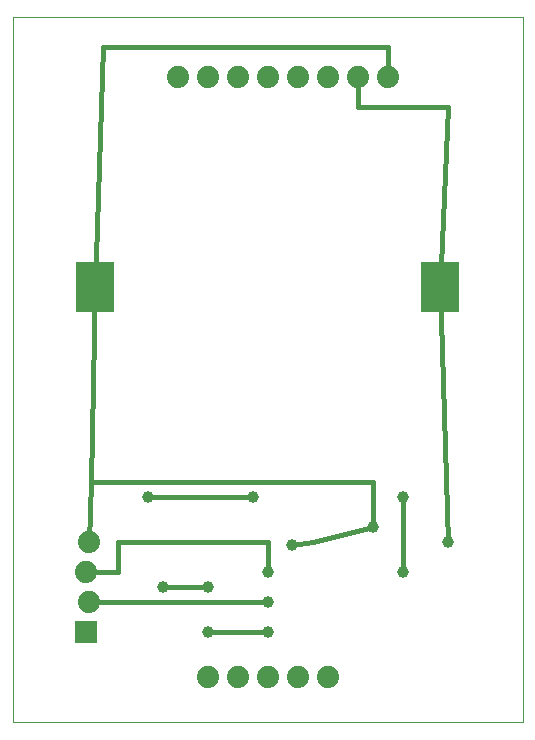
<source format=gbl>
G75*
%MOIN*%
%OFA0B0*%
%FSLAX25Y25*%
%IPPOS*%
%LPD*%
%AMOC8*
5,1,8,0,0,1.08239X$1,22.5*
%
%ADD10C,0.00000*%
%ADD11R,0.07400X0.07400*%
%ADD12C,0.07400*%
%ADD13R,0.13000X0.17000*%
%ADD14C,0.01600*%
%ADD15C,0.03962*%
D10*
X0001000Y0023436D02*
X0001000Y0258436D01*
X0171000Y0258436D01*
X0171000Y0023436D01*
X0001000Y0023436D01*
D11*
X0025500Y0053436D03*
D12*
X0026500Y0063436D03*
X0025500Y0073436D03*
X0026500Y0083436D03*
X0066000Y0038436D03*
X0076000Y0038436D03*
X0086000Y0038436D03*
X0096000Y0038436D03*
X0106000Y0038436D03*
X0106000Y0238436D03*
X0096000Y0238436D03*
X0086000Y0238436D03*
X0076000Y0238436D03*
X0066000Y0238436D03*
X0056000Y0238436D03*
X0116000Y0238436D03*
X0126000Y0238436D03*
D13*
X0143500Y0168436D03*
X0028500Y0168436D03*
D14*
X0026970Y0103413D01*
X0121000Y0103436D01*
X0121000Y0088436D01*
X0101000Y0083436D01*
X0094071Y0082592D01*
X0086000Y0083436D02*
X0086000Y0073436D01*
X0086000Y0063436D02*
X0026500Y0063436D01*
X0025500Y0073436D02*
X0036000Y0073436D01*
X0036000Y0083436D01*
X0086000Y0083436D01*
X0081000Y0098436D02*
X0046000Y0098436D01*
X0026970Y0103413D02*
X0026500Y0083436D01*
X0051000Y0068436D02*
X0066000Y0068436D01*
X0066000Y0053436D02*
X0086000Y0053436D01*
X0131000Y0073436D02*
X0131000Y0098436D01*
X0146000Y0083436D02*
X0143500Y0168436D01*
X0146000Y0228436D01*
X0116000Y0228436D01*
X0116000Y0238436D01*
X0126000Y0238436D02*
X0126000Y0248436D01*
X0031000Y0248436D01*
X0028500Y0168436D01*
D15*
X0046000Y0098436D03*
X0051000Y0068436D03*
X0066000Y0068436D03*
X0066000Y0053436D03*
X0086000Y0053436D03*
X0086000Y0063436D03*
X0086000Y0073436D03*
X0094071Y0082592D03*
X0081000Y0098436D03*
X0121000Y0088436D03*
X0131000Y0098436D03*
X0146000Y0083436D03*
X0131000Y0073436D03*
M02*

</source>
